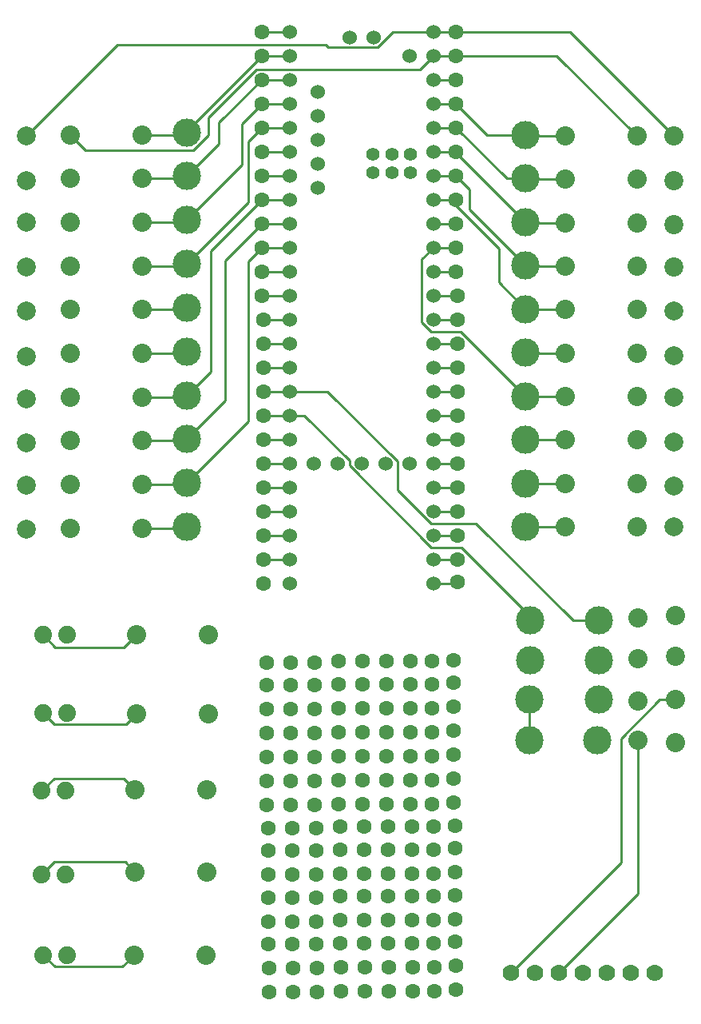
<source format=gbl>
G04 Layer: BottomLayer*
G04 EasyEDA v6.5.48, 2025-03-27 00:42:13*
G04 263b490ed21644e2b7ecd1de9e176e96,d43077cf4c39487bac85c1b17e246763,10*
G04 Gerber Generator version 0.2*
G04 Scale: 100 percent, Rotated: No, Reflected: No *
G04 Dimensions in millimeters *
G04 leading zeros omitted , absolute positions ,4 integer and 5 decimal *
%FSLAX45Y45*%
%MOMM*%

%ADD10C,0.2540*%
%ADD11C,3.0000*%
%ADD12C,1.8796*%
%ADD13C,1.5240*%
%ADD14C,1.4000*%
%ADD15C,2.0320*%
%ADD16C,1.7780*%
%ADD17C,1.6000*%
%ADD18C,2.0230*%
%ADD19C,2.0000*%
%ADD20C,2.0340*%
%ADD21C,0.0182*%

%LPD*%
D10*
X1828800Y2209800D02*
G01*
X1951354Y2087245D01*
X2709545Y2087245D01*
X2819400Y2197100D01*
X6794500Y-546100D02*
G01*
X7959064Y618464D01*
X7959064Y1937893D01*
X8370671Y2349500D01*
X8534400Y2349500D01*
X6210300Y9423400D02*
G01*
X7418400Y9423400D01*
X8523300Y8318500D01*
X6210300Y9423400D02*
G01*
X5969000Y9423400D01*
X5969000Y9423400D02*
G01*
X5542483Y9423400D01*
X5377205Y9258122D01*
X4855235Y9258122D01*
X4828844Y9284512D01*
X2617012Y9284512D01*
X1651000Y8318500D01*
X2806700Y520700D02*
G01*
X2700527Y626871D01*
X1947672Y626871D01*
X1816100Y495300D01*
X2806700Y1397000D02*
G01*
X2689453Y1514246D01*
X1946046Y1514246D01*
X1816100Y1384300D01*
X2794000Y-355600D02*
G01*
X2668600Y-480999D01*
X1954199Y-480999D01*
X1828800Y-355600D01*
X7302500Y-546100D02*
G01*
X8140700Y292100D01*
X8140700Y1917700D01*
X8128000Y8318500D02*
G01*
X7277100Y9169400D01*
X6210300Y9169400D01*
X5969000Y9169400D02*
G01*
X6210300Y9169400D01*
X2120900Y8331200D02*
G01*
X2282139Y8169960D01*
X3422802Y8169960D01*
X3579469Y8326628D01*
X3579469Y8513292D01*
X4089679Y9023502D01*
X5823102Y9023502D01*
X5969000Y9169400D01*
X5969000Y3581400D02*
G01*
X6210300Y3581400D01*
X6223000Y3594100D01*
X5969000Y6121400D02*
G01*
X6223000Y6121400D01*
X7366000Y4178300D02*
G01*
X6946900Y4178300D01*
X5969000Y6375400D02*
G01*
X6223000Y6375400D01*
X7366000Y4638319D02*
G01*
X6948322Y4638319D01*
X6946900Y4639741D01*
X5969000Y6629400D02*
G01*
X6223000Y6629400D01*
X7366000Y5098338D02*
G01*
X6949719Y5098338D01*
X6946900Y5101158D01*
X5969000Y6883400D02*
G01*
X6210300Y6883400D01*
X7366000Y5558358D02*
G01*
X6951141Y5558358D01*
X6946900Y5562600D01*
X5969000Y7137400D02*
G01*
X6210300Y7137400D01*
X5969000Y7137400D02*
G01*
X5844438Y7012838D01*
X5844438Y6349669D01*
X5945708Y6248400D01*
X6261100Y6248400D01*
X6946900Y5562600D01*
X7366000Y6018377D02*
G01*
X6952564Y6018377D01*
X6946900Y6024041D01*
X5969000Y7391400D02*
G01*
X6210300Y7391400D01*
X7366000Y6478422D02*
G01*
X6953935Y6478422D01*
X6946900Y6485458D01*
X5969000Y7645400D02*
G01*
X6210300Y7645400D01*
X6210300Y7645400D02*
G01*
X6210300Y7580452D01*
X6663563Y7127189D01*
X6663563Y6768795D01*
X6946900Y6485458D01*
X5969000Y7899400D02*
G01*
X6210300Y7899400D01*
X6946900Y6946900D02*
G01*
X6356197Y7537602D01*
X6356197Y7753502D01*
X6210300Y7899400D01*
X7366000Y6938441D02*
G01*
X6955358Y6938441D01*
X6946900Y6946900D01*
X7366000Y7398461D02*
G01*
X6956780Y7398461D01*
X6946900Y7408341D01*
X5969000Y8153400D02*
G01*
X6210300Y8153400D01*
X6210300Y8153400D02*
G01*
X6210300Y8144941D01*
X6946900Y7408341D01*
X5969000Y8915400D02*
G01*
X6210300Y8915400D01*
X5969000Y8661400D02*
G01*
X6210300Y8661400D01*
X7366000Y8318500D02*
G01*
X6959600Y8318500D01*
X6946900Y8331200D01*
X6946900Y8331200D02*
G01*
X6540500Y8331200D01*
X6210300Y8661400D01*
X5969000Y8407400D02*
G01*
X6210300Y8407400D01*
X7366000Y7858480D02*
G01*
X6958177Y7858480D01*
X6946900Y7869758D01*
X6946900Y7869758D02*
G01*
X6747941Y7869758D01*
X6210300Y8407400D01*
X5969000Y4597400D02*
G01*
X6223000Y4597400D01*
X5969000Y4851400D02*
G01*
X6223000Y4851400D01*
X5969000Y5105400D02*
G01*
X6223000Y5105400D01*
X5969000Y5359400D02*
G01*
X6223000Y5359400D01*
X5969000Y5613400D02*
G01*
X6223000Y5613400D01*
X5969000Y5867400D02*
G01*
X6223000Y5867400D01*
X5969000Y4343400D02*
G01*
X6223000Y4343400D01*
X5969000Y4089400D02*
G01*
X6223000Y4089400D01*
X5969000Y3835400D02*
G01*
X6223000Y3835400D01*
X4445000Y3835400D02*
G01*
X4165600Y3835400D01*
X4445000Y4089400D02*
G01*
X4165600Y4089400D01*
X4445000Y5613400D02*
G01*
X4165600Y5613400D01*
X7721600Y3187700D02*
G01*
X7452537Y3187700D01*
X6423837Y4216400D01*
X5942202Y4216400D01*
X5588000Y4570603D01*
X5588000Y4873421D01*
X4848021Y5613400D01*
X4445000Y5613400D01*
X4445000Y5359400D02*
G01*
X4165600Y5359400D01*
X6985000Y2349500D02*
G01*
X6985000Y1917700D01*
X6997700Y3187700D02*
G01*
X6997700Y3229482D01*
X6264783Y3962400D01*
X5946927Y3962400D01*
X5080000Y4829327D01*
X5080000Y4880482D01*
X4601083Y5359400D01*
X4445000Y5359400D01*
X4445000Y5105400D02*
G01*
X4165600Y5105400D01*
X4445000Y4851400D02*
G01*
X4165600Y4851400D01*
X4445000Y4597400D02*
G01*
X4165600Y4597400D01*
X4445000Y4343400D02*
G01*
X4165600Y4343400D01*
X2882900Y6479819D02*
G01*
X3333038Y6479819D01*
X3352800Y6499580D01*
X4445000Y8153400D02*
G01*
X4152900Y8153400D01*
X4445000Y8407400D02*
G01*
X4152900Y8407400D01*
X2882900Y6942658D02*
G01*
X3331616Y6942658D01*
X3352800Y6963841D01*
X3352800Y6963841D02*
G01*
X4007002Y7618044D01*
X4007002Y8261502D01*
X4152900Y8407400D01*
X4445000Y8661400D02*
G01*
X4152900Y8661400D01*
X2882900Y7405522D02*
G01*
X3330244Y7405522D01*
X3352800Y7428077D01*
X3352800Y7428077D02*
G01*
X3936593Y8011871D01*
X3936593Y8445093D01*
X4152900Y8661400D01*
X4445000Y8915400D02*
G01*
X4152900Y8915400D01*
X2882900Y7868361D02*
G01*
X3328822Y7868361D01*
X3352800Y7892338D01*
X3352800Y7892338D02*
G01*
X3697554Y8237093D01*
X3697554Y8460054D01*
X4152900Y8915400D01*
X4445000Y9169400D02*
G01*
X4152900Y9169400D01*
X2882900Y8331200D02*
G01*
X3327400Y8331200D01*
X3352800Y8356600D01*
X3352800Y8356600D02*
G01*
X3352800Y8369300D01*
X4152900Y9169400D01*
X4445000Y9423400D02*
G01*
X4152900Y9423400D01*
X2882900Y6016980D02*
G01*
X3334461Y6016980D01*
X3352800Y6035319D01*
X4445000Y7899400D02*
G01*
X4152900Y7899400D01*
X4445000Y7645400D02*
G01*
X4152900Y7645400D01*
X2882900Y5554141D02*
G01*
X3335883Y5554141D01*
X3352800Y5571058D01*
X3352800Y5571058D02*
G01*
X3605961Y5824220D01*
X3605961Y7098461D01*
X4152900Y7645400D01*
X4445000Y7391400D02*
G01*
X4152900Y7391400D01*
X2882900Y5091277D02*
G01*
X3337255Y5091277D01*
X3352800Y5106822D01*
X3352800Y5106822D02*
G01*
X3763162Y5517184D01*
X3763162Y7001662D01*
X4152900Y7391400D01*
X4445000Y7137400D02*
G01*
X4152900Y7137400D01*
X2882900Y4628438D02*
G01*
X3338677Y4628438D01*
X3352800Y4642561D01*
X3352800Y4642561D02*
G01*
X4007002Y5296763D01*
X4007002Y6991502D01*
X4152900Y7137400D01*
X2882900Y4165600D02*
G01*
X3340100Y4165600D01*
X3352800Y4178300D01*
X4445000Y6883400D02*
G01*
X4152900Y6883400D01*
X4445000Y6629400D02*
G01*
X4152900Y6629400D01*
X4445000Y6375400D02*
G01*
X4165600Y6375400D01*
X4445000Y6121400D02*
G01*
X4165600Y6121400D01*
X4445000Y5867400D02*
G01*
X4165600Y5867400D01*
X1828800Y3035300D02*
G01*
X1960702Y2903397D01*
X2687497Y2903397D01*
X2819400Y3035300D01*
D11*
G01*
X6985000Y1917700D03*
G01*
X7708900Y1917700D03*
D12*
G01*
X1828800Y-355600D03*
G01*
X2082800Y-355600D03*
D11*
G01*
X6985000Y2349500D03*
G01*
X6946900Y8331200D03*
G01*
X6946900Y7869758D03*
G01*
X6946900Y7408341D03*
G01*
X6946900Y6946900D03*
G01*
X6946900Y6485458D03*
G01*
X6946900Y6024041D03*
G01*
X6946900Y5562600D03*
G01*
X6946900Y5101158D03*
G01*
X6946900Y4639741D03*
G01*
X6946900Y4178300D03*
G01*
X3352800Y8356600D03*
G01*
X3352800Y7892338D03*
G01*
X3352800Y7428077D03*
G01*
X3352800Y6963841D03*
G01*
X3352800Y6499580D03*
G01*
X3352800Y6035319D03*
G01*
X3352800Y5571058D03*
G01*
X3352800Y5106822D03*
G01*
X3352800Y4642561D03*
G01*
X3352800Y4178300D03*
G01*
X7721600Y3187700D03*
G01*
X7721600Y2768600D03*
G01*
X7721600Y2349500D03*
G01*
X6997700Y2768600D03*
G01*
X6997700Y3187700D03*
D12*
G01*
X1816100Y1384300D03*
G01*
X2070100Y1384300D03*
G01*
X1816100Y495300D03*
G01*
X2070100Y495300D03*
D13*
G01*
X4445000Y3581400D03*
G01*
X4445000Y4089400D03*
G01*
X4445000Y4343400D03*
G01*
X4445000Y3835400D03*
G01*
X4445000Y4597400D03*
G01*
X5969000Y3835400D03*
G01*
X5969000Y3581400D03*
G01*
X4445000Y4851400D03*
G01*
X4699000Y4851400D03*
G01*
X4953000Y4851400D03*
G01*
X5207000Y4851400D03*
G01*
X5461000Y4851400D03*
G01*
X5715000Y4851400D03*
G01*
X5969000Y4851400D03*
G01*
X5969000Y4597400D03*
G01*
X5969000Y4343400D03*
G01*
X5969000Y4089400D03*
G01*
X4445000Y5105400D03*
G01*
X4445000Y5613400D03*
G01*
X4445000Y5867400D03*
G01*
X4445000Y6121400D03*
G01*
X4445000Y6375400D03*
G01*
X4445000Y6629400D03*
G01*
X4445000Y6883400D03*
G01*
X4445000Y7137400D03*
G01*
X4445000Y7391400D03*
G01*
X4445000Y7645400D03*
G01*
X4445000Y7899400D03*
G01*
X4445000Y8153400D03*
G01*
X4445000Y8407400D03*
G01*
X4445000Y8661400D03*
G01*
X4445000Y8915400D03*
G01*
X4445000Y9169400D03*
G01*
X4445000Y9423400D03*
G01*
X5969000Y9423400D03*
G01*
X5969000Y9169400D03*
G01*
X5969000Y8915400D03*
G01*
X5969000Y8661400D03*
G01*
X5969000Y8407400D03*
G01*
X5969000Y8153400D03*
G01*
X5969000Y7899400D03*
G01*
X5969000Y7645400D03*
G01*
X5969000Y7391400D03*
G01*
X5969000Y7137400D03*
G01*
X5969000Y6883400D03*
G01*
X5969000Y6629400D03*
G01*
X5969000Y6375400D03*
G01*
X5969000Y6121400D03*
G01*
X5969000Y5867400D03*
G01*
X5969000Y5613400D03*
G01*
X5969000Y5105400D03*
G01*
X5715000Y9169400D03*
D14*
G01*
X5528995Y8126399D03*
G01*
X5728995Y7926400D03*
G01*
X5728995Y8126399D03*
D13*
G01*
X5969000Y5359400D03*
G01*
X4445000Y5359400D03*
G01*
X5080000Y9362389D03*
G01*
X5334000Y9362389D03*
G01*
X4744999Y8788400D03*
G01*
X4744999Y8534400D03*
G01*
X4744999Y8280400D03*
G01*
X4744999Y8026400D03*
G01*
X4744999Y7772400D03*
D14*
G01*
X5328996Y8126399D03*
G01*
X5528995Y7926400D03*
G01*
X5328996Y7926400D03*
D15*
G01*
X2120900Y8331200D03*
G01*
X2882900Y8331200D03*
G01*
X2120900Y7868361D03*
G01*
X2882900Y7868361D03*
G01*
X2120900Y7405522D03*
G01*
X2882900Y7405522D03*
G01*
X7366000Y8318500D03*
G01*
X8128000Y8318500D03*
G01*
X2120900Y6942658D03*
G01*
X2882900Y6942658D03*
G01*
X7366000Y7858480D03*
G01*
X8128000Y7858480D03*
G01*
X7366000Y7398461D03*
G01*
X8128000Y7398461D03*
G01*
X2120900Y6479819D03*
G01*
X2882900Y6479819D03*
G01*
X7366000Y6938441D03*
G01*
X8128000Y6938441D03*
G01*
X2120900Y6016980D03*
G01*
X2882900Y6016980D03*
G01*
X7366000Y6478422D03*
G01*
X8128000Y6478422D03*
G01*
X7366000Y6018377D03*
G01*
X8128000Y6018377D03*
G01*
X2120900Y5554141D03*
G01*
X2882900Y5554141D03*
G01*
X7366000Y5558358D03*
G01*
X8128000Y5558358D03*
G01*
X7366000Y5098338D03*
G01*
X8128000Y5098338D03*
G01*
X2120900Y5091277D03*
G01*
X2882900Y5091277D03*
G01*
X7366000Y4638319D03*
G01*
X8128000Y4638319D03*
G01*
X7366000Y4178300D03*
G01*
X8128000Y4178300D03*
G01*
X2120900Y4628438D03*
G01*
X2882900Y4628438D03*
G01*
X2806700Y520700D03*
G01*
X3568700Y520700D03*
G01*
X2806700Y1397000D03*
G01*
X3568700Y1397000D03*
G01*
X2120900Y4165600D03*
G01*
X2882900Y4165600D03*
G01*
X2819400Y2197100D03*
G01*
X3581400Y2197100D03*
G01*
X2819400Y3035300D03*
G01*
X3581400Y3035300D03*
D16*
G01*
X6794500Y-546100D03*
G01*
X7048500Y-546100D03*
G01*
X7302500Y-546100D03*
G01*
X7556500Y-546100D03*
G01*
X7810500Y-546100D03*
G01*
X8064500Y-546100D03*
G01*
X8318500Y-546100D03*
D15*
G01*
X2794000Y-355600D03*
G01*
X3556000Y-355600D03*
D12*
G01*
X1828800Y3035300D03*
G01*
X2082800Y3035300D03*
G01*
X1828800Y2209800D03*
G01*
X2082800Y2209800D03*
D15*
G01*
X8523300Y8318500D03*
D17*
G01*
X5956300Y2755900D03*
G01*
X5956300Y1244600D03*
G01*
X5956300Y2514600D03*
G01*
X5956300Y2260600D03*
G01*
X5956300Y2006600D03*
G01*
X5956300Y1752600D03*
G01*
X5956300Y1498600D03*
G01*
X4711700Y1231900D03*
G01*
X4203700Y2501900D03*
G01*
X4203700Y2247900D03*
G01*
X4203700Y1993900D03*
G01*
X4203700Y1739900D03*
G01*
X4203700Y1485900D03*
G01*
X4203700Y1231900D03*
G01*
X4457700Y2501900D03*
G01*
X4457700Y2247900D03*
G01*
X4457700Y1993900D03*
G01*
X4457700Y1739900D03*
G01*
X4457700Y1485900D03*
G01*
X4457700Y1231900D03*
G01*
X4711700Y2501900D03*
G01*
X4711700Y2247900D03*
G01*
X4711700Y1993900D03*
G01*
X4711700Y1739900D03*
G01*
X4711700Y1485900D03*
G01*
X4965700Y2514600D03*
G01*
X5727700Y1498600D03*
G01*
X5727700Y1752600D03*
G01*
X5727700Y2006600D03*
G01*
X5727700Y2260600D03*
G01*
X5727700Y2514600D03*
G01*
X5473700Y1244600D03*
G01*
X5473700Y1498600D03*
G01*
X5473700Y1752600D03*
G01*
X5473700Y2006600D03*
G01*
X5473700Y2260600D03*
G01*
X5473700Y2514600D03*
G01*
X5219700Y1244600D03*
G01*
X5219700Y1498600D03*
G01*
X5219700Y1752600D03*
G01*
X5219700Y2006600D03*
G01*
X5219700Y2260600D03*
G01*
X5219700Y2514600D03*
G01*
X5727700Y1244600D03*
G01*
X4965700Y1244600D03*
G01*
X4965700Y1498600D03*
G01*
X4965700Y1752600D03*
G01*
X4965700Y2006600D03*
G01*
X4965700Y2260600D03*
G01*
X4965700Y2755900D03*
G01*
X5727700Y2755900D03*
G01*
X5219700Y2755900D03*
G01*
X5473700Y2755900D03*
G01*
X4457700Y2743200D03*
G01*
X4203700Y2743200D03*
G01*
X4711700Y2743200D03*
G01*
X4165600Y5867400D03*
G01*
X4165600Y6121400D03*
G01*
X4165600Y6375400D03*
G01*
X4152900Y6629400D03*
G01*
X4152900Y6883400D03*
G01*
X4152900Y7137400D03*
G01*
X4152900Y7391400D03*
G01*
X4152900Y7645400D03*
G01*
X4152900Y7899400D03*
G01*
X4152900Y9423400D03*
G01*
X4152900Y9169400D03*
G01*
X4152900Y8915400D03*
G01*
X4152900Y8661400D03*
G01*
X4152900Y8407400D03*
G01*
X4152900Y8153400D03*
G01*
X4165600Y4343400D03*
G01*
X4165600Y4597400D03*
G01*
X4165600Y4851400D03*
G01*
X4165600Y5105400D03*
G01*
X4165600Y5359400D03*
G01*
X4165600Y5613400D03*
G01*
X4165600Y4089400D03*
G01*
X4165600Y3835400D03*
G01*
X4165600Y3581400D03*
G01*
X6223000Y3835400D03*
G01*
X6223000Y4089400D03*
G01*
X6223000Y4343400D03*
G01*
X6223000Y5867400D03*
G01*
X6223000Y5613400D03*
G01*
X6223000Y5359400D03*
G01*
X6223000Y5105400D03*
G01*
X6223000Y4851400D03*
G01*
X6223000Y4597400D03*
G01*
X6210300Y8407400D03*
G01*
X6210300Y8661400D03*
G01*
X6210300Y8915400D03*
G01*
X6210300Y9169400D03*
G01*
X6210300Y9423400D03*
G01*
X6210300Y8153400D03*
G01*
X6210300Y7899400D03*
G01*
X6210300Y7645400D03*
G01*
X6210300Y7391400D03*
G01*
X6210300Y7137400D03*
G01*
X6210300Y6883400D03*
G01*
X6223000Y6629400D03*
G01*
X6223000Y6375400D03*
G01*
X6223000Y6121400D03*
G01*
X6223000Y3594100D03*
D18*
G01*
X8522843Y7848600D03*
G01*
X8522843Y7378700D03*
D19*
G01*
X8521700Y5994400D03*
G01*
X8521700Y6464300D03*
D18*
G01*
X8522843Y6934200D03*
D19*
G01*
X8521700Y4610100D03*
G01*
X8521700Y5080000D03*
G01*
X8521700Y5549900D03*
D18*
G01*
X8533866Y2806700D03*
D20*
G01*
X8534400Y3238500D03*
D19*
G01*
X8521700Y4178300D03*
D17*
G01*
X4978400Y1003300D03*
G01*
X5740400Y1003300D03*
G01*
X5232400Y1003300D03*
G01*
X5486400Y1003300D03*
G01*
X4470400Y990600D03*
G01*
X4216400Y990600D03*
G01*
X4724400Y990600D03*
G01*
X5969000Y1003300D03*
D20*
G01*
X8534400Y2349500D03*
D17*
G01*
X6197600Y1016000D03*
G01*
X6184900Y1511300D03*
G01*
X6184900Y1765300D03*
G01*
X6184900Y2019300D03*
G01*
X6184900Y2273300D03*
G01*
X6184900Y2527300D03*
G01*
X6184900Y1257300D03*
G01*
X6184900Y2768600D03*
G01*
X6197600Y520700D03*
G01*
X6197600Y774700D03*
G01*
X6197600Y279400D03*
G01*
X5969000Y266700D03*
G01*
X4724400Y254000D03*
G01*
X4216400Y254000D03*
G01*
X4470400Y254000D03*
G01*
X5486400Y266700D03*
G01*
X5232400Y266700D03*
G01*
X5740400Y266700D03*
G01*
X4978400Y266700D03*
G01*
X4978400Y762000D03*
G01*
X4978400Y508000D03*
G01*
X5740400Y508000D03*
G01*
X5232400Y762000D03*
G01*
X5232400Y508000D03*
G01*
X5486400Y762000D03*
G01*
X5486400Y508000D03*
G01*
X5740400Y762000D03*
G01*
X4724400Y749300D03*
G01*
X4470400Y495300D03*
G01*
X4470400Y749300D03*
G01*
X4216400Y495300D03*
G01*
X4216400Y749300D03*
G01*
X4724400Y495300D03*
G01*
X5969000Y762000D03*
G01*
X5969000Y508000D03*
D19*
G01*
X1651000Y5981700D03*
G01*
X1651000Y7404100D03*
G01*
X1651000Y6934200D03*
G01*
X1651000Y6464300D03*
G01*
X1651000Y8318500D03*
G01*
X1651000Y7848600D03*
G01*
X1651000Y5067300D03*
G01*
X1651000Y5537200D03*
G01*
X1651000Y4152900D03*
G01*
X1651000Y4622800D03*
D15*
G01*
X8140700Y3213100D03*
G01*
X8140700Y2781300D03*
G01*
X8140700Y2336800D03*
D17*
G01*
X5969000Y12700D03*
G01*
X4724400Y0D03*
G01*
X4216400Y0D03*
G01*
X4470400Y0D03*
G01*
X5486400Y12700D03*
G01*
X5232400Y12700D03*
G01*
X5740400Y12700D03*
G01*
X4978400Y12700D03*
G01*
X4978400Y-228600D03*
G01*
X5740400Y-228600D03*
G01*
X5232400Y-228600D03*
G01*
X5486400Y-228600D03*
G01*
X4470400Y-241300D03*
G01*
X4216400Y-241300D03*
G01*
X4724400Y-241300D03*
G01*
X5969000Y-228600D03*
G01*
X6197600Y-215900D03*
G01*
X6197600Y25400D03*
G01*
X6210300Y-723900D03*
G01*
X4991100Y-736600D03*
G01*
X5753100Y-736600D03*
G01*
X5245100Y-736600D03*
G01*
X5499100Y-736600D03*
G01*
X4483100Y-749300D03*
G01*
X4229100Y-749300D03*
G01*
X4737100Y-749300D03*
G01*
X5981700Y-736600D03*
G01*
X4991100Y-482600D03*
G01*
X5753100Y-482600D03*
G01*
X5245100Y-482600D03*
G01*
X5499100Y-482600D03*
G01*
X4483100Y-495300D03*
G01*
X4229100Y-495300D03*
G01*
X4737100Y-495300D03*
G01*
X5981700Y-482600D03*
G01*
X6210300Y-469900D03*
D15*
G01*
X8140700Y1917700D03*
D20*
G01*
X8534400Y1892300D03*
M02*

</source>
